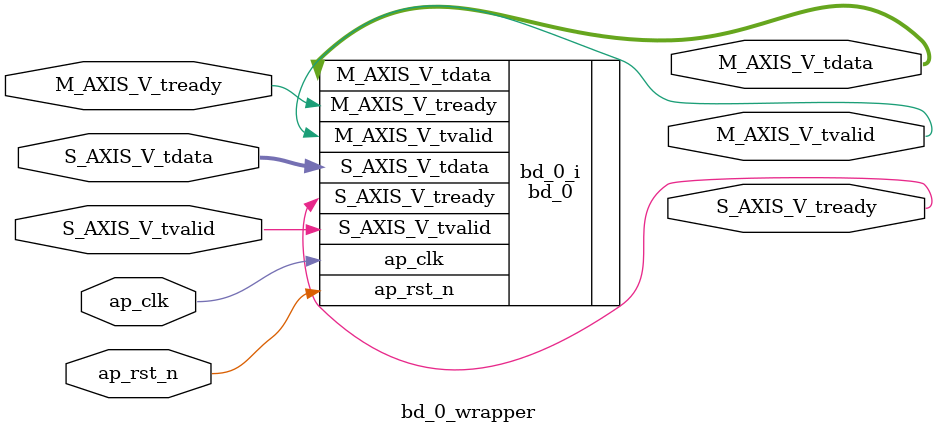
<source format=v>
`timescale 1 ps / 1 ps

module bd_0_wrapper
   (M_AXIS_V_tdata,
    M_AXIS_V_tready,
    M_AXIS_V_tvalid,
    S_AXIS_V_tdata,
    S_AXIS_V_tready,
    S_AXIS_V_tvalid,
    ap_clk,
    ap_rst_n);
  output [63:0]M_AXIS_V_tdata;
  input M_AXIS_V_tready;
  output M_AXIS_V_tvalid;
  input [63:0]S_AXIS_V_tdata;
  output S_AXIS_V_tready;
  input S_AXIS_V_tvalid;
  input ap_clk;
  input ap_rst_n;

  wire [63:0]M_AXIS_V_tdata;
  wire M_AXIS_V_tready;
  wire M_AXIS_V_tvalid;
  wire [63:0]S_AXIS_V_tdata;
  wire S_AXIS_V_tready;
  wire S_AXIS_V_tvalid;
  wire ap_clk;
  wire ap_rst_n;

  bd_0 bd_0_i
       (.M_AXIS_V_tdata(M_AXIS_V_tdata),
        .M_AXIS_V_tready(M_AXIS_V_tready),
        .M_AXIS_V_tvalid(M_AXIS_V_tvalid),
        .S_AXIS_V_tdata(S_AXIS_V_tdata),
        .S_AXIS_V_tready(S_AXIS_V_tready),
        .S_AXIS_V_tvalid(S_AXIS_V_tvalid),
        .ap_clk(ap_clk),
        .ap_rst_n(ap_rst_n));
endmodule

</source>
